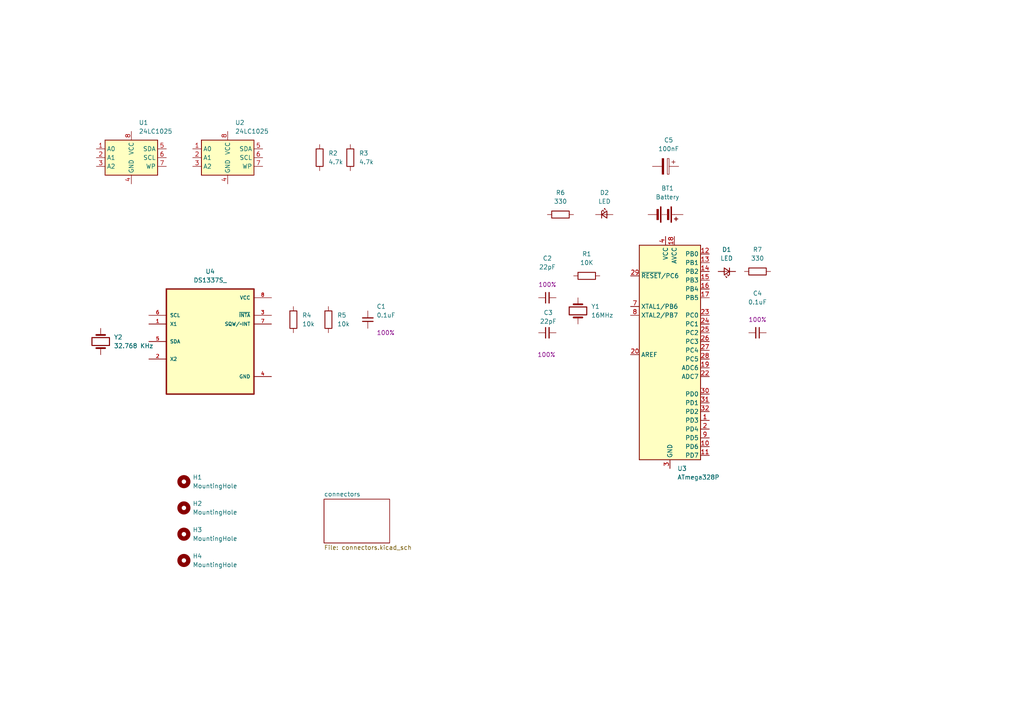
<source format=kicad_sch>
(kicad_sch (version 20250114) (generator "eeschema") (generator_version "9.0")
  (paper "A4")
  (title_block (title "${project_name}") (date "2025-08-24") (rev "1"))
  (lib_symbols
    (symbol "DS1337S_:DS1337S_" (pin_names (offset 1.016))
      (property "Reference" "U" (at -12.7 16.24 0))
      (property "Value" "DS1337S_" (at -12.7 -19.24 0))
      (symbol "DS1337S__0_0"
        (rectangle (start -12.7 -15.24) (end 12.7 15.24) (stroke (width 0.41)) (fill (type background)))
        (pin input line (at -17.78 7.62 0) (length 5.08) (name "SCL") (number "6"))
        (pin input line (at -17.78 5.08 0) (length 5.08) (name "X1") (number "1"))
        (pin bidirectional line (at -17.78 0 0) (length 5.08) (name "SDA") (number "5"))
        (pin bidirectional line (at -17.78 -5.08 0) (length 5.08) (name "X2") (number "2"))
        (pin power_in line (at 17.78 12.7 180) (length 5.08) (name "VCC") (number "8"))
        (pin output line (at 17.78 7.62 180) (length 5.08) (name "~{INTA}") (number "3"))
        (pin output line (at 17.78 5.08 180) (length 5.08) (name "SQW/~INT") (number "7"))
        (pin power_in line (at 17.78 -10.16 180) (length 5.08) (name "GND") (number "4"))
      )
    )
    (symbol "Device:Battery" (pin_numbers (hide yes)) (pin_names (offset 0) (hide yes))
      (property "Reference" "BT" (at 2.54 2.54 0))
      (property "Value" "Battery" (at 2.54 0 0))
      (symbol "Battery_0_1"
        (rectangle (start -2.286 1.778) (end 2.286 1.524) (fill (type outline)))
        (rectangle (start -2.286 -1.27) (end 2.286 -1.524) (fill (type outline)))
        (rectangle (start -1.524 1.016) (end 1.524 0.508) (fill (type outline)))
        (rectangle (start -1.524 -2.032) (end 1.524 -2.54) (fill (type outline)))
        (polyline (pts (xy 0 1.778) (xy 0 2.54)))
        (polyline (pts (xy 0 0) (xy 0 0.254)))
        (polyline (pts (xy 0 -0.508) (xy 0 -0.254)))
        (polyline (pts (xy 0 -1.016) (xy 0 -0.762)))
        (polyline (pts (xy 0.762 3.048) (xy 1.778 3.048)) (stroke (width 0.254)))
        (polyline (pts (xy 1.27 3.556) (xy 1.27 2.54)) (stroke (width 0.254)))
      )
      (symbol "Battery_1_1"
        (pin passive line (at 0 5.08 270) (length 2.54) (name "+") (number "1"))
        (pin passive line (at 0 -5.08 90) (length 2.54) (name "-") (number "2"))
      )
    )
    (symbol "Device:C_Polarized" (pin_numbers (hide yes)) (pin_names (offset 0.254))
      (property "Reference" "C" (at 0.635 2.54 0))
      (property "Value" "C_Polarized" (at 0.635 -2.54 0))
      (symbol "C_Polarized_0_1"
        (rectangle (start -2.286 0.508) (end 2.286 1.016))
        (polyline (pts (xy -1.778 2.286) (xy -0.762 2.286)))
        (polyline (pts (xy -1.27 2.794) (xy -1.27 1.778)))
        (rectangle (start 2.286 -0.508) (end -2.286 -1.016) (fill (type outline)))
      )
      (symbol "C_Polarized_1_1"
        (pin passive line (at 0 3.81 270) (length 2.794) (name "~") (number "1"))
        (pin passive line (at 0 -3.81 90) (length 2.794) (name "~") (number "2"))
      )
    )
    (symbol "Device:Crystal" (pin_numbers (hide yes)) (pin_names (offset 1.016) (hide yes))
      (property "Reference" "Y" (at 0 3.81 0))
      (property "Value" "Crystal" (at 0 -3.81 0))
      (symbol "Crystal_0_1"
        (polyline (pts (xy -2.54 0) (xy -1.905 0)))
        (polyline (pts (xy -1.905 -1.27) (xy -1.905 1.27)) (stroke (width 0.508)))
        (rectangle (start -1.143 2.54) (end 1.143 -2.54) (stroke (width 0.3048)))
        (polyline (pts (xy 1.905 -1.27) (xy 1.905 1.27)) (stroke (width 0.508)))
        (polyline (pts (xy 2.54 0) (xy 1.905 0)))
      )
      (symbol "Crystal_1_1"
        (pin passive line (at -3.81 0 0) (length 1.27) (name "1") (number "1"))
        (pin passive line (at 3.81 0 180) (length 1.27) (name "2") (number "2"))
      )
    )
    (symbol "Device:R" (pin_numbers (hide yes)) (pin_names (offset 0))
      (property "Reference" "R" (at 2.032 0 90))
      (property "Value" "R" (at 0 0 90))
      (symbol "R_0_1"
        (rectangle (start -1.016 -2.54) (end 1.016 2.54) (stroke (width 0.254)))
      )
      (symbol "R_1_1"
        (pin passive line (at 0 3.81 270) (length 1.27) (name "~") (number "1"))
        (pin passive line (at 0 -3.81 90) (length 1.27) (name "~") (number "2"))
      )
    )
    (symbol "Mechanical:MountingHole" (pin_names (offset 1.016)) (in_bom no)
      (property "Reference" "H" (at 0 5.08 0))
      (property "Value" "MountingHole" (at 0 3.175 0))
      (symbol "MountingHole_0_1"
        (circle (center 0 0) (radius 1.27) (stroke (width 1.27)))
      )
    )
    (symbol "Memory_EEPROM:24LC1025"
      (property "Reference" "U" (at -6.35 6.35 0))
      (property "Value" "24LC1025" (at 1.27 6.35 0))
      (symbol "24LC1025_1_1"
        (rectangle (start -7.62 5.08) (end 7.62 -5.08) (stroke (width 0.254)) (fill (type background)))
        (pin input line (at -10.16 2.54 0) (length 2.54) (name "A0") (number "1"))
        (pin input line (at -10.16 0 0) (length 2.54) (name "A1") (number "2"))
        (pin input line (at -10.16 -2.54 0) (length 2.54) (name "A2") (number "3"))
        (pin power_in line (at 0 7.62 270) (length 2.54) (name "VCC") (number "8"))
        (pin power_in line (at 0 -7.62 90) (length 2.54) (name "GND") (number "4"))
        (pin bidirectional line (at 10.16 2.54 180) (length 2.54) (name "SDA") (number "5"))
        (pin input line (at 10.16 0 180) (length 2.54) (name "SCL") (number "6"))
        (pin input line (at 10.16 -2.54 180) (length 2.54) (name "WP") (number "7"))
      )
    )
    (symbol "SparkFun-Capacitor:C" (pin_numbers (hide yes)) (pin_names (offset 0.254))
      (property "Reference" "C" (at 0.635 2.54 0))
      (property "Value" "C" (at 0.635 -2.54 0))
      (property "Voltage" "1kV" (at 0 -6.35 0))
      (property "Tolerance" "100%" (at 0 -8.89 0))
      (symbol "C_0_1"
        (polyline (pts (xy -1.524 0.508) (xy 1.524 0.508)) (stroke (width 0.3048)))
        (polyline (pts (xy -1.524 -0.508) (xy 1.524 -0.508)) (stroke (width 0.3302)))
      )
      (symbol "C_1_1"
        (pin passive line (at 0 2.54 270) (length 2.032) (name "~") (number "1"))
        (pin passive line (at 0 -2.54 90) (length 2.032) (name "~") (number "2"))
      )
    )
    (symbol "SparkFun-IC-Microcontroller:ATmega328P-AU"
      (property "Reference" "U" (at -7.62 27.94 0))
      (property "Value" "ATmega328P" (at 7.62 -36.83 0))
      (symbol "ATmega328P-AU_0_1"
        (rectangle (start -8.89 26.67) (end 8.89 -35.56) (stroke (width 0.254)) (fill (type background)))
      )
      (symbol "ATmega328P-AU_1_1"
        (pin bidirectional line (at -11.43 17.78 0) (length 2.54) (name "~{RESET}/PC6") (number "29"))
        (pin bidirectional line (at -11.43 8.89 0) (length 2.54) (name "XTAL1/PB6") (number "7"))
        (pin bidirectional line (at -11.43 6.35 0) (length 2.54) (name "XTAL2/PB7") (number "8"))
        (pin passive line (at -11.43 -5.08 0) (length 2.54) (name "AREF") (number "20"))
        (pin power_in line (at -1.27 29.21 270) (length 2.54) (name "VCC") (number "4"))
        (pin passive line (at -1.27 29.21 270) (length 2.54) (hide yes) (name "VCC") (number "6"))
        (pin passive line (at 0 -38.1 90) (length 2.54) (hide yes) (name "GND") (number "21"))
        (pin power_in line (at 0 -38.1 90) (length 2.54) (name "GND") (number "3"))
        (pin passive line (at 0 -38.1 90) (length 2.54) (hide yes) (name "GND") (number "5"))
        (pin power_in line (at 1.27 29.21 270) (length 2.54) (name "AVCC") (number "18"))
        (pin bidirectional line (at 11.43 24.13 180) (length 2.54) (name "PB0") (number "12"))
        (pin bidirectional line (at 11.43 21.59 180) (length 2.54) (name "PB1") (number "13"))
        (pin bidirectional line (at 11.43 19.05 180) (length 2.54) (name "PB2") (number "14"))
        (pin bidirectional line (at 11.43 16.51 180) (length 2.54) (name "PB3") (number "15"))
        (pin bidirectional line (at 11.43 13.97 180) (length 2.54) (name "PB4") (number "16"))
        (pin bidirectional line (at 11.43 11.43 180) (length 2.54) (name "PB5") (number "17"))
        (pin bidirectional line (at 11.43 6.35 180) (length 2.54) (name "PC0") (number "23"))
        (pin bidirectional line (at 11.43 3.81 180) (length 2.54) (name "PC1") (number "24"))
        (pin bidirectional line (at 11.43 1.27 180) (length 2.54) (name "PC2") (number "25"))
        (pin bidirectional line (at 11.43 -1.27 180) (length 2.54) (name "PC3") (number "26"))
        (pin bidirectional line (at 11.43 -3.81 180) (length 2.54) (name "PC4") (number "27"))
        (pin bidirectional line (at 11.43 -6.35 180) (length 2.54) (name "PC5") (number "28"))
        (pin input line (at 11.43 -8.89 180) (length 2.54) (name "ADC6") (number "19"))
        (pin input line (at 11.43 -11.43 180) (length 2.54) (name "ADC7") (number "22"))
        (pin bidirectional line (at 11.43 -16.51 180) (length 2.54) (name "PD0") (number "30"))
        (pin bidirectional line (at 11.43 -19.05 180) (length 2.54) (name "PD1") (number "31"))
        (pin bidirectional line (at 11.43 -21.59 180) (length 2.54) (name "PD2") (number "32"))
        (pin bidirectional line (at 11.43 -24.13 180) (length 2.54) (name "PD3") (number "1"))
        (pin bidirectional line (at 11.43 -26.67 180) (length 2.54) (name "PD4") (number "2"))
        (pin bidirectional line (at 11.43 -29.21 180) (length 2.54) (name "PD5") (number "9"))
        (pin bidirectional line (at 11.43 -31.75 180) (length 2.54) (name "PD6") (number "10"))
        (pin bidirectional line (at 11.43 -34.29 180) (length 2.54) (name "PD7") (number "11"))
      )
    )
    (symbol "SparkFun-LED:LED" (pin_numbers (hide yes)) (pin_names (offset 1.016) (hide yes))
      (property "Reference" "D" (at 0 2.54 0))
      (property "Value" "LED" (at 0 -2.54 0))
      (symbol "LED_0_1"
        (polyline (pts (xy -0.762 -1.016) (xy -0.762 1.016)) (stroke (width 0.254)))
        (polyline (pts (xy 0 0.762) (xy -0.508 1.27) (xy -0.254 1.27) (xy -0.508 1.27) (xy -0.508 1.016)))
        (polyline (pts (xy 0.508 1.27) (xy 0 1.778) (xy 0.254 1.778) (xy 0 1.778) (xy 0 1.524)))
        (polyline (pts (xy 0.762 -1.016) (xy -0.762 0) (xy 0.762 1.016) (xy 0.762 -1.016)) (stroke (width 0.254)))
        (polyline (pts (xy 1.016 0) (xy -0.762 0)))
      )
      (symbol "LED_1_1"
        (pin passive line (at -2.54 0 0) (length 1.778) (name "K") (number "1"))
        (pin passive line (at 2.54 0 180) (length 1.778) (name "A") (number "2"))
      )
    )
  )
  (symbol (lib_id "Device:R") (at 162.56 62.23 90) (unit 1)
    (property "Reference" "R6" (at 162.56 55.88 90))
    (property "Value" "330" (at 162.56 58.42 90))
    (property "Footprint" "Resistor_SMD:R_0805_2012Metric" (effects (hide yes)))
    (property "Description" "Resistor" (effects (hide yes)))
  )
  (symbol (lib_id "SparkFun-Capacitor:C") (at 158.75 96.52 90) (unit 1)
    (property "Reference" "C3" (at 159.004 90.678 90))
    (property "Value" "22pF" (at 159.004 93.218 90))
    (property "Footprint" "Capacitor_SMD:C_0805_2012Metric" (effects (hide yes)))
    (property "Datasheet" "https://cdn.sparkfun.com/assets/8/a/4/a/5/Kemet_Capacitor_Datasheet.pdf" (effects (hide yes)))
    (property "Description" "Unpolarized capacitor" (effects (hide yes)))
    (property "PROD_ID" "CAP-00000" (effects (hide yes)))
    (property "Voltage" "1kV" (effects (hide yes)))
    (property "Tolerance" "100%" (at 158.496 102.87 90))
  )
  (symbol (lib_id "Memory_EEPROM:24LC1025") (at 38.1 45.72 0) (unit 1)
    (property "Reference" "U1" (at 40.2433 35.56 0) (effects (justify left)))
    (property "Value" "24LC1025" (at 40.2433 38.1 0) (effects (justify left)))
    (property "Footprint" "Package_SO:SOIC-8_3.9x4.9mm_P1.27mm" (effects (hide yes)))
    (property "Datasheet" "http://ww1.microchip.com/downloads/en/DeviceDoc/21941B.pdf" (effects (hide yes)))
    (property "Description" "I2C Serial EEPROM, 1024Kb, DIP-8/SOIC-8/TSSOP-8/DFN-8" (effects (hide yes)))
  )
  (symbol (lib_id "DS1337S_:DS1337S_") (at 60.96 99.06 0) (unit 1)
    (property "Reference" "U4" (at 60.96 78.74 0))
    (property "Value" "DS1337S_" (at 60.96 81.28 0))
    (property "Footprint" "footprints:SOIC127P600X175-8N" (effects (hide yes)))
    (property "MF" "Analog Devices" (effects (hide yes)))
    (property "Description_1" "I²C Serial Real-Time Clock" (effects (hide yes)))
    (property "Package" "SOIC-8 Maxim" (effects (hide yes)))
    (property "Price" "None" (effects (hide yes)))
    (property "SnapEDA_Link" "https://www.snapeda.com/parts/DS1337S+/Analog+Devices/view-part/?ref=snap" (effects (hide yes)))
    (property "MP" "DS1337S+" (effects (hide yes)))
    (property "Availability" "In Stock" (effects (hide yes)))
    (property "Check_prices" "https://www.snapeda.com/parts/DS1337S+/Analog+Devices/view-part/?ref=eda" (effects (hide yes)))
  )
  (symbol (lib_id "Device:R") (at 92.71 45.72 0) (unit 1)
    (property "Reference" "R2" (at 95.25 44.4499 0) (effects (justify left)))
    (property "Value" "4.7k" (at 95.25 46.9899 0) (effects (justify left)))
    (property "Footprint" "Resistor_SMD:R_0805_2012Metric" (effects (hide yes)))
    (property "Description" "Resistor" (effects (hide yes)))
  )
  (symbol (lib_id "SparkFun-Capacitor:C") (at 106.68 92.71 180) (unit 1)
    (property "Reference" "C1" (at 109.22 88.8935 0) (effects (justify right)))
    (property "Value" "0.1uF" (at 109.22 91.4335 0) (effects (justify right)))
    (property "Footprint" "Capacitor_SMD:C_0805_2012Metric" (effects (hide yes)))
    (property "Datasheet" "https://cdn.sparkfun.com/assets/8/a/4/a/5/Kemet_Capacitor_Datasheet.pdf" (effects (hide yes)))
    (property "Description" "Unpolarized capacitor" (effects (hide yes)))
    (property "PROD_ID" "CAP-00000" (effects (hide yes)))
    (property "Voltage" "1kV" (effects (hide yes)))
    (property "Tolerance" "100%" (at 109.22 96.5135 0) (effects (justify right)))
  )
  (symbol (lib_id "Device:R") (at 85.09 92.71 0) (unit 1)
    (property "Reference" "R4" (at 87.63 91.4399 0) (effects (justify left)))
    (property "Value" "10k" (at 87.63 93.9799 0) (effects (justify left)))
    (property "Footprint" "Resistor_SMD:R_0805_2012Metric" (effects (hide yes)))
    (property "Description" "Resistor" (effects (hide yes)))
  )
  (symbol (lib_id "SparkFun-IC-Microcontroller:ATmega328P-AU") (at 194.31 97.79 0) (unit 1)
    (property "Reference" "U3" (at 196.4533 135.89 0) (effects (justify left)))
    (property "Value" "ATmega328P" (at 196.4533 138.43 0) (effects (justify left)))
    (property "Footprint" "footprints:QFP80P900X900X120-32N" (effects (hide yes)))
    (property "Datasheet" "https://ww1.microchip.com/downloads/aemDocuments/documents/MCU08/ProductDocuments/DataSheets/ATmega48A-PA-88A-PA-168A-PA-328-P-DS-DS40002061B.pdf" (effects (hide yes)))
    (property "Description" "20MHz, 32kB Flash, 2kB SRAM, 1kB EEPROM" (effects (hide yes)))
    (property "PROD_ID" "IC-09069" (effects (hide yes)))
  )
  (symbol (lib_id "Device:Crystal") (at 167.64 90.17 90) (unit 1)
    (property "Reference" "Y1" (at 171.45 88.8999 90) (effects (justify right)))
    (property "Value" "16MHz" (at 171.45 91.4399 90) (effects (justify right)))
    (property "Footprint" "Crystal:Crystal_SMD_5032-2Pin_5.0x3.2mm_HandSoldering" (effects (hide yes)))
    (property "Description" "Two pin crystal" (effects (hide yes)))
  )
  (symbol (lib_id "Memory_EEPROM:24LC1025") (at 66.04 45.72 0) (unit 1)
    (property "Reference" "U2" (at 68.1833 35.56 0) (effects (justify left)))
    (property "Value" "24LC1025" (at 68.1833 38.1 0) (effects (justify left)))
    (property "Footprint" "Package_SO:SOIC-8_3.9x4.9mm_P1.27mm" (effects (hide yes)))
    (property "Datasheet" "http://ww1.microchip.com/downloads/en/DeviceDoc/21941B.pdf" (effects (hide yes)))
    (property "Description" "I2C Serial EEPROM, 1024Kb, DIP-8/SOIC-8/TSSOP-8/DFN-8" (effects (hide yes)))
  )
  (symbol (lib_id "Device:R") (at 170.18 80.01 90) (unit 1)
    (property "Reference" "R1" (at 170.18 73.66 90))
    (property "Value" "10K" (at 170.18 76.2 90))
    (property "Footprint" "Resistor_SMD:R_0805_2012Metric" (effects (hide yes)))
    (property "Description" "Resistor" (effects (hide yes)))
  )
  (symbol (lib_id "Mechanical:MountingHole") (at 53.34 139.7 0) (unit 1) (in_bom no)
    (property "Reference" "H1" (at 55.88 138.4299 0) (effects (justify left)))
    (property "Value" "MountingHole" (at 55.88 140.9699 0) (effects (justify left)))
    (property "Footprint" "MountingHole:MountingHole_2.1mm" (effects (hide yes)))
    (property "Description" "Mounting Hole without connection" (effects (hide yes)))
  )
  (symbol (lib_id "Device:R") (at 95.25 92.71 0) (unit 1)
    (property "Reference" "R5" (at 97.79 91.4399 0) (effects (justify left)))
    (property "Value" "10k" (at 97.79 93.9799 0) (effects (justify left)))
    (property "Footprint" "Resistor_SMD:R_0805_2012Metric" (effects (hide yes)))
    (property "Description" "Resistor" (effects (hide yes)))
  )
  (symbol (lib_id "SparkFun-LED:LED") (at 175.26 62.23 0) (unit 1)
    (property "Reference" "D2" (at 175.3235 55.88 0))
    (property "Value" "LED" (at 175.3235 58.42 0))
    (property "Footprint" "LED_SMD:LED_0805_2012Metric" (effects (hide yes)))
    (property "Description" "Light emitting diode" (effects (hide yes)))
    (property "PROD_ID" "LED-" (effects (hide yes)))
  )
  (symbol (lib_id "Device:R") (at 219.71 78.74 270) (unit 1)
    (property "Reference" "R7" (at 219.71 72.39 90))
    (property "Value" "330" (at 219.71 74.93 90))
    (property "Footprint" "Resistor_SMD:R_0805_2012Metric" (effects (hide yes)))
    (property "Description" "Resistor" (effects (hide yes)))
  )
  (symbol (lib_id "Mechanical:MountingHole") (at 53.34 147.32 0) (unit 1) (in_bom no)
    (property "Reference" "H2" (at 55.88 146.0499 0) (effects (justify left)))
    (property "Value" "MountingHole" (at 55.88 148.5899 0) (effects (justify left)))
    (property "Footprint" "MountingHole:MountingHole_2.1mm" (effects (hide yes)))
    (property "Description" "Mounting Hole without connection" (effects (hide yes)))
  )
  (symbol (lib_id "Device:R") (at 101.6 45.72 0) (unit 1)
    (property "Reference" "R3" (at 104.14 44.4499 0) (effects (justify left)))
    (property "Value" "4.7k" (at 104.14 46.9899 0) (effects (justify left)))
    (property "Footprint" "Resistor_SMD:R_0805_2012Metric" (effects (hide yes)))
    (property "Description" "Resistor" (effects (hide yes)))
  )
  (symbol (lib_id "Mechanical:MountingHole") (at 53.34 154.94 0) (unit 1) (in_bom no)
    (property "Reference" "H3" (at 55.88 153.6699 0) (effects (justify left)))
    (property "Value" "MountingHole" (at 55.88 156.2099 0) (effects (justify left)))
    (property "Footprint" "MountingHole:MountingHole_2.1mm" (effects (hide yes)))
    (property "Description" "Mounting Hole without connection" (effects (hide yes)))
  )
  (symbol (lib_id "Device:Battery") (at 193.04 62.23 270) (unit 1)
    (property "Reference" "BT1" (at 193.6115 54.61 90))
    (property "Value" "Battery" (at 193.6115 57.15 90))
    (property "Footprint" "TerminalBlock_Phoenix:TerminalBlock_Phoenix_MPT-0,5-2-2.54_1x02_P2.54mm_Horizontal" (effects (hide yes)))
    (property "Description" "Multiple-cell battery" (effects (hide yes)))
  )
  (symbol (lib_id "Mechanical:MountingHole") (at 53.34 162.56 0) (unit 1) (in_bom no)
    (property "Reference" "H4" (at 55.88 161.2899 0) (effects (justify left)))
    (property "Value" "MountingHole" (at 55.88 163.8299 0) (effects (justify left)))
    (property "Footprint" "MountingHole:MountingHole_2.1mm" (effects (hide yes)))
    (property "Description" "Mounting Hole without connection" (effects (hide yes)))
  )
  (symbol (lib_id "SparkFun-Capacitor:C") (at 158.75 86.36 90) (unit 1)
    (property "Reference" "C2" (at 158.7563 74.93 90))
    (property "Value" "22pF" (at 158.7563 77.47 90))
    (property "Footprint" "Capacitor_SMD:C_0805_2012Metric" (effects (hide yes)))
    (property "Datasheet" "https://cdn.sparkfun.com/assets/8/a/4/a/5/Kemet_Capacitor_Datasheet.pdf" (effects (hide yes)))
    (property "Description" "Unpolarized capacitor" (effects (hide yes)))
    (property "PROD_ID" "CAP-00000" (effects (hide yes)))
    (property "Voltage" "1kV" (effects (hide yes)))
    (property "Tolerance" "100%" (at 158.7563 82.55 90))
  )
  (symbol (lib_id "SparkFun-Capacitor:C") (at 219.71 96.52 270) (unit 1)
    (property "Reference" "C4" (at 219.7036 85.09 90))
    (property "Value" "0.1uF" (at 219.7036 87.63 90))
    (property "Footprint" "Capacitor_SMD:C_0805_2012Metric" (effects (hide yes)))
    (property "Datasheet" "https://cdn.sparkfun.com/assets/8/a/4/a/5/Kemet_Capacitor_Datasheet.pdf" (effects (hide yes)))
    (property "Description" "Unpolarized capacitor" (effects (hide yes)))
    (property "PROD_ID" "CAP-00000" (effects (hide yes)))
    (property "Voltage" "1kV" (effects (hide yes)))
    (property "Tolerance" "100%" (at 219.7036 92.71 90))
  )
  (symbol (lib_id "Device:Crystal") (at 29.21 99.06 90) (unit 1)
    (property "Reference" "Y2" (at 33.02 97.7899 90) (effects (justify right)))
    (property "Value" "32.768 KHz" (at 33.02 100.3299 90) (effects (justify right)))
    (property "Footprint" "Crystal:Crystal_SMD_5032-2Pin_5.0x3.2mm_HandSoldering" (effects (hide yes)))
    (property "Description" "Two pin crystal" (effects (hide yes)))
  )
  (symbol (lib_id "Device:C_Polarized") (at 193.04 48.26 270) (unit 1)
    (property "Reference" "C5" (at 193.929 40.64 90))
    (property "Value" "100nF" (at 193.929 43.18 90))
    (property "Footprint" "Capacitor_SMD:C_0805_2012Metric" (effects (hide yes)))
    (property "Description" "Polarized capacitor" (effects (hide yes)))
  )
  (symbol (lib_id "SparkFun-LED:LED") (at 210.82 78.74 180) (unit 1)
    (property "Reference" "D1" (at 210.7565 72.39 0))
    (property "Value" "LED" (at 210.7565 74.93 0))
    (property "Footprint" "LED_SMD:LED_0805_2012Metric" (effects (hide yes)))
    (property "Description" "Light emitting diode" (effects (hide yes)))
    (property "PROD_ID" "LED-" (effects (hide yes)))
  )
  (sheet (at 93.98 144.78) (size 19.05 12.7) (stroke (width 0.1524))
    (property "Sheetname" "connectors" (at 93.98 144.0684 0) (effects (justify left bottom)))
    (property "Sheetfile" "connectors.kicad_sch" (at 93.98 158.0646 0) (effects (justify left top)))
  )
)
</source>
